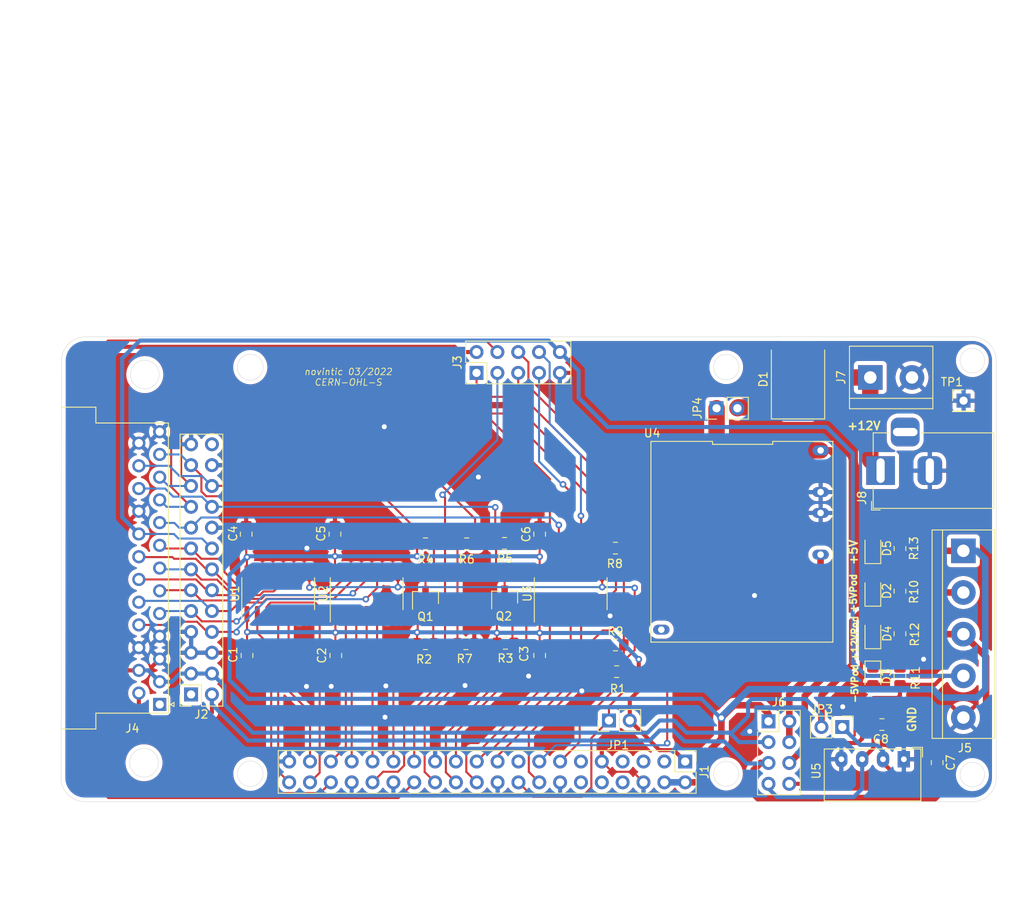
<source format=kicad_pcb>
(kicad_pcb (version 20211014) (generator pcbnew)
  (title_block (title "FluCom") (date "2022-04-08") (rev "2.3") (comment 1 "CERN-OHL-version-2 ") (comment 3 "mirko (novintic)"))
  (layers (0 "F.Cu" signal) (31 "B.Cu" signal) (34 "B.Paste" user) (35 "F.Paste" user) (36 "B.SilkS" user "B.Silkscreen") (37 "F.SilkS" user "F.Silkscreen") (38 "B.Mask" user) (39 "F.Mask" user) (44 "Edge.Cuts" user))
  (net 0 "")
  (net 1 "+3V3")
  (net 2 "GND")
  (net 3 "+5V")
  (net 4 "Net-(C7-Pad2)")
  (net 5 "Net-(C8-Pad1)")
  (net 6 "Net-(D2-Pad2)")
  (net 7 "Net-(D3-Pad1)")
  (net 10 "Net-(D1-Pad2)")
  (net 13 "Net-(D4-Pad2)")
  (net 14 "+12V")
  (net 15 "Net-(D5-Pad2)")
  (net 19 "GPIO11")
  (net 20 "GPIO0")
  (net 21 "GPIO1")
  (net 23 "GPIO27")
  (net 24 "~{PODprsnt_A}")
  (net 25 "OE")
  (net 26 "~{AUX2_A}")
  (net 27 "~{AUX1_A}")
  (net 28 "PWRFAIL_A")
  (net 30 "~{RESET_A}")
  (net 31 "~{PODSTAT_A}")
  (net 33 "Net-(J6-Pad2)")
  (net 34 "DA7")
  (net 35 "DA6")
  (net 36 "~{MAINSTAT_A}")
  (net 37 "DA5")
  (net 38 "DA4")
  (net 39 "DA0")
  (net 40 "DA3")
  (net 41 "DA1")
  (net 42 "DA2")
  (net 43 "Net-(J6-Pad6)")
  (net 44 "+5V_Pod")
  (net 45 "DB6")
  (net 46 "DB4")
  (net 47 "DB2")
  (net 48 "DB0")
  (net 49 "~{PODprsnt_B}")
  (net 50 "~{SYNC_B}")
  (net 51 "PWRFAIL_B")
  (net 52 "~{MAINSTAT_B}")
  (net 53 "+12V_Pod")
  (net 54 "DB7")
  (net 55 "DB5")
  (net 56 "DB3")
  (net 57 "DB1")
  (net 58 "-5V")
  (net 59 "~{RESET_B}")
  (net 60 "~{PODSTAT_B}")
  (net 63 "~{AUX1_B}")
  (net 64 "~{AUX2_B}")
  (net 65 "~{SYNC_A}")
  (footprint "Capacitor_SMD:C_0805_2012Metric_Pad1.15x1.40mm_HandSolder" (layer "F.Cu") (at 79.6036 122.5804 -90)
    (fp_text reference "C1")
    (fp_text value "0.1uF")
  )
  (footprint "Capacitor_SMD:C_0805_2012Metric_Pad1.15x1.40mm_HandSolder" (layer "F.Cu") (at 90.424 122.5804 -90)
    (fp_text reference "C2")
    (fp_text value "0.1uF")
  )
  (footprint "Capacitor_SMD:C_0805_2012Metric_Pad1.15x1.40mm_HandSolder" (layer "F.Cu") (at 90.3224 107.7976 90)
    (fp_text reference "C5")
    (fp_text value "0.1uF")
  )
  (footprint "Capacitor_SMD:C_0805_2012Metric_Pad1.15x1.40mm_HandSolder" (layer "F.Cu") (at 163.703 135.636 -90)
    (fp_text reference "C7")
    (fp_text value "4.7uF")
  )
  (footprint "LED_SMD:LED_0805_2012Metric_Pad1.15x1.40mm_HandSolder" (layer "F.Cu") (at 155.875 114.71 90)
    (fp_text reference "D2")
    (fp_text value "LED_Small")
  )
  (footprint "LED_SMD:LED_0805_2012Metric_Pad1.15x1.40mm_HandSolder" (layer "F.Cu") (at 155.875 125.125 -90)
    (fp_text reference "D3")
    (fp_text value "LED_Small")
  )
  (footprint "LED_SMD:LED_0805_2012Metric_Pad1.15x1.40mm_HandSolder" (layer "F.Cu") (at 155.875 119.895 90)
    (fp_text reference "D4")
    (fp_text value "LED_Small")
  )
  (footprint "LED_SMD:LED_0805_2012Metric_Pad1.15x1.40mm_HandSolder" (layer "F.Cu") (at 155.875 109.525 90)
    (fp_text reference "D5")
    (fp_text value "LED_Small")
  )
  (footprint "Diode_SMD:D_SMC" (layer "F.Cu") (at 146.75 88.95 90)
    (fp_text reference "D1")
    (fp_text value "B320")
  )
  (footprint "Connector_PinHeader_2.54mm:PinHeader_2x20_P2.54mm_Vertical" (layer "F.Cu") (at 133 135.5 -90)
    (fp_text reference "J1")
    (fp_text value "Raspberry_Pi_2_3")
  )
  (footprint "Fluke6809POD:PinHeader_2x13_P2.54mm_Vertical_Fluke_Numbering_mirrored" (layer "F.Cu") (at 75.325 127.325 180)
    (fp_text reference "J2")
    (fp_text value "Debug")
  )
  (footprint "Connector_BarrelJack:BarrelJack_Horizontal" (layer "F.Cu") (at 156.814 100.05 180)
    (fp_text reference "J8")
    (fp_text value "12V in Barrel Jack")
  )
  (footprint "TerminalBlock:TerminalBlock_bornier-5_P5.08mm" (layer "F.Cu") (at 166.9 109.825 -90)
    (fp_text reference "J5")
    (fp_text value "POWER")
  )
  (footprint "TerminalBlock:TerminalBlock_bornier-2_P5.08mm" (layer "F.Cu") (at 155.56 88.7)
    (fp_text reference "J7")
    (fp_text value "12V in")
  )
  (footprint "Connector_PinHeader_2.54mm:PinHeader_1x02_P2.54mm_Vertical" (layer "F.Cu") (at 152.146 131.3 -90)
    (fp_text reference "JP3")
    (fp_text value "Onboard -5V")
  )
  (footprint "Package_TO_SOT_SMD:SOT-23" (layer "F.Cu") (at 111 115.5 90)
    (fp_text reference "Q2")
    (fp_text value "BSS138")
  )
  (footprint "Resistor_SMD:R_0805_2012Metric_Pad1.15x1.40mm_HandSolder" (layer "F.Cu") (at 159.175 114.741666 90)
    (fp_text reference "R10")
    (fp_text value "300R")
  )
  (footprint "Resistor_SMD:R_0805_2012Metric_Pad1.15x1.40mm_HandSolder" (layer "F.Cu") (at 159.175 119.933332 90)
    (fp_text reference "R12")
    (fp_text value "700R")
  )
  (footprint "Resistor_SMD:R_0805_2012Metric_Pad1.15x1.40mm_HandSolder" (layer "F.Cu") (at 159.175 109.55 90)
    (fp_text reference "R13")
    (fp_text value "300R")
  )
  (footprint "Resistor_SMD:R_0805_2012Metric_Pad1.15x1.40mm_HandSolder" (layer "F.Cu") (at 111.1 121.1 180)
    (fp_text reference "R3")
    (fp_text value "10K")
  )
  (footprint "Resistor_SMD:R_0805_2012Metric_Pad1.15x1.40mm_HandSolder" (layer "F.Cu") (at 106.275 121.15 180)
    (fp_text reference "R7")
    (fp_text value "20K(10K works)")
  )
  (footprint "Connector_PinHeader_2.54mm:PinHeader_1x01_P2.54mm_Vertical" (layer "F.Cu") (at 166.925 91.525)
    (fp_text reference "TP1")
    (fp_text value "TestPoint")
  )
  (footprint "Package_SO:SOIC-14_3.9x8.7mm_P1.27mm" (layer "F.Cu") (at 83.4 115.047 90)
    (fp_text reference "U1")
    (fp_text value "TXS0104EPW")
  )
  (footprint "Package_SO:SOIC-14_3.9x8.7mm_P1.27mm" (layer "F.Cu") (at 94.1832 115.047 90)
    (fp_text reference "U2")
    (fp_text value "TXS0104EPW")
  )
  (footprint "Converter_DCDC:Converter_DCDC_muRata_CRE1xxxxxxSC_THT" (layer "F.Cu") (at 159.65 135.225 -90)
    (fp_text reference "U5")
    (fp_text value "B0505S")
  )
  (footprint "Resistor_SMD:R_0805_2012Metric_Pad1.15x1.40mm_HandSolder" (layer "F.Cu") (at 101.352 121.15 180)
    (fp_text reference "R2")
    (fp_text value "10K")
  )
  (footprint "Resistor_SMD:R_0805_2012Metric_Pad1.15x1.40mm_HandSolder" (layer "F.Cu") (at 101.352 108.966 180)
    (fp_text reference "R4")
    (fp_text value "10K")
  )
  (footprint "Package_TO_SOT_SMD:SOT-23" (layer "F.Cu") (at 101.352 115.55 90)
    (fp_text reference "Q1")
    (fp_text value "BSS138")
  )
  (footprint "Resistor_SMD:R_0805_2012Metric_Pad1.15x1.40mm_HandSolder" (layer "F.Cu") (at 110.975 108.916)
    (fp_text reference "R5")
    (fp_text value "10K")
  )
  (footprint "Resistor_SMD:R_0805_2012Metric_Pad1.15x1.40mm_HandSolder" (layer "F.Cu") (at 124.650001 124.550001)
    (fp_text reference "R1")
    (fp_text value "R_Small")
  )
  (footprint "Capacitor_SMD:C_0805_2012Metric_Pad1.15x1.40mm_HandSolder" (layer "F.Cu") (at 79.502 107.7976 90)
    (fp_text reference "C4")
    (fp_text value "0.1uF")
  )
  (footprint "Capacitor_SMD:C_0805_2012Metric_Pad1.15x1.40mm_HandSolder" (layer "F.Cu") (at 115.2652 122.5804 -90)
    (fp_text reference "C3")
    (fp_text value "0.1uF")
  )
  (footprint "Capacitor_SMD:C_0805_2012Metric_Pad1.15x1.40mm_HandSolder" (layer "F.Cu") (at 115.2652 107.7976 90)
    (fp_text reference "C6")
    (fp_text value "0.1uF")
  )
  (footprint "Package_SO:SOIC-14_3.9x8.7mm_P1.27mm" (layer "F.Cu") (at 119.048 115.047 90)
    (fp_text reference "U3")
    (fp_text value "TXS0104EPW")
  )
  (footprint "Capacitor_SMD:C_0805_2012Metric_Pad1.15x1.40mm_HandSolder" (layer "F.Cu") (at 156.975 131)
    (fp_text reference "C8")
    (fp_text value "10uF")
  )
  (footprint "Resistor_SMD:R_0805_2012Metric_Pad1.15x1.40mm_HandSolder" (layer "F.Cu") (at 159.175 125.125 90)
    (fp_text reference "R11")
    (fp_text value "300R")
  )
  (footprint "Connector_Dsub:DSUB-25_Female_Horizontal_P2.77x2.54mm_EdgePinOffset9.40mm" (layer "F.Cu") (at 68.961 128.55 -90)
    (fp_text reference "J4")
    (fp_text value "DB25_Female")
  )
  (footprint "Connector_PinHeader_2.54mm:PinHeader_1x02_P2.54mm_Vertical" (layer "F.Cu") (at 123.71 130.5 90)
    (fp_text reference "JP1")
    (fp_text value "OE")
  )
  (footprint "Resistor_SMD:R_0805_2012Metric_Pad1.15x1.40mm_HandSolder" (layer "F.Cu") (at 124.5 109.5 180)
    (fp_text reference "R8")
    (fp_text value "10K")
  )
  (footprint "Resistor_SMD:R_0805_2012Metric_Pad1.15x1.40mm_HandSolder" (layer "F.Cu") (at 106.375 108.966)
    (fp_text reference "R6")
    (fp_text value "10K")
  )
  (footprint "Resistor_SMD:R_0805_2012Metric_Pad1.15x1.40mm_HandSolder" (layer "F.Cu") (at 124.5 121.3)
    (fp_text reference "R9")
    (fp_text value "20K(10K works)")
  )
  (footprint "Connector_PinHeader_2.54mm:PinHeader_2x04_P2.54mm_Vertical" (layer "F.Cu") (at 143.15 130.6)
    (fp_text reference "J6")
    (fp_text value "PWset")
  )
  (footprint "Converter_DCDC:CK1408" (layer "F.Cu") (at 140 107.75 -90)
    (fp_text reference "U4")
    (fp_text value "CK1408")
  )
  (footprint "Connector_PinHeader_2.54mm:PinHeader_1x02_P2.54mm_Vertical" (layer "F.Cu") (at 136.825 92.45 90)
    (fp_text reference "JP4")
    (fp_text value "Jumper_NC_Small")
  )
  (footprint "Connector_PinHeader_2.54mm:PinHeader_2x05_P2.54mm_Vertical" (layer "F.Cu") (at 107.574 88.143 90)
    (fp_text reference "J3")
    (fp_text value "Auxillary")
  )
  (gr_line (start 80.099944 140.398335) (end 138 140.4) (layer "Edge.Cuts") (width 0.05))
  (gr_arc (start 59.85 140.4) (mid 57.79939 139.55061) (end 56.95 137.5) (layer "Edge.Cuts") (width 0.05))
  (gr_line (start 74.05 140.4) (end 59.85 140.4) (layer "Edge.Cuts") (width 0.05))
  (gr_line (start 59.9 83.75) (end 168 83.75) (layer "Edge.Cuts") (width 0.05))
  (gr_arc (start 170.9 137.5) (mid 170.05061 139.55061) (end 168 140.4) (layer "Edge.Cuts") (width 0.05))
  (gr_circle (center 168 137.1) (end 169.5 137.1) (layer "Edge.Cuts") (width 0.05) (fill none))
  (gr_line (start 170.9 137.1) (end 170.9 137.5) (layer "Edge.Cuts") (width 0.05))
  (gr_circle (center 80 87.45) (end 81.3 88.35) (layer "Edge.Cuts") (width 0.05) (fill none))
  (gr_line (start 74.05 140.4) (end 80.099944 140.398335) (layer "Edge.Cuts") (width 0.05))
  (gr_circle (center 67.05 135.65) (end 67.05 133.9) (layer "Edge.Cuts") (width 0.05) (fill none))
  (gr_arc (start 168 83.75) (mid 170.05061 84.59939) (end 170.9 86.65) (layer "Edge.Cuts") (width 0.05))
  (gr_arc (start 57 86.65) (mid 57.84939 84.59939) (end 59.9 83.75) (layer "Edge.Cuts") (width 0.05))
  (gr_circle (center 80 137) (end 81.4 137.7) (layer "Edge.Cuts") (width 0.05) (fill none))
  (gr_circle (center 138 137) (end 139.3 137.8) (layer "Edge.Cuts") (width 0.05) (fill none))
  (gr_line (start 57 86.65) (end 56.95 137.5) (layer "Edge.Cuts") (width 0.05))
  (gr_line (start 170.9 137.1) (end 170.9 86.65) (layer "Edge.Cuts") (width 0.05))
  (gr_line (start 138 140.4) (end 168 140.4) (layer "Edge.Cuts") (width 0.05))
  (gr_circle (center 168 86.65) (end 169.5 86.65) (layer "Edge.Cuts") (width 0.05) (fill none))
  (gr_circle (center 138 87.45) (end 139.5 87.85) (layer "Edge.Cuts") (width 0.05) (fill none))
  (gr_circle (center 67.15 88.35) (end 67.15 86.6) (layer "Edge.Cuts") (width 0.05) (fill none))
  (gr_text "novintic 03/2022\nCERN-OHL-S\n" (at 91.948 88.646) (layer "F.SilkS") (effects (font (size 0.8 0.8) (thickness 0.1) italic)))
  (gr_text "+5VPod" (at 153.5 115 90) (layer "F.SilkS") (effects (font (size 0.8 0.8) (thickness 0.2))))
  (gr_text "+12V" (at 154.7876 94.5896) (layer "F.SilkS") (effects (font (size 1 1) (thickness 0.2))))
  (gr_text "GND" (at 160.6296 130.3528 90) (layer "F.SilkS") (effects (font (size 1 1) (thickness 0.2))))
  (gr_text "+12VPod" (at 153.67 120.5 90) (layer "F.SilkS") (effects (font (size 0.8 0.8) (thickness 0.2))))
  (gr_text "-5VPod" (at 153.67 126 90) (layer "F.SilkS") (effects (font (size 0.8 0.8) (thickness 0.2))))
  (gr_text "+5V" (at 153.5 110 90) (layer "F.SilkS") (effects (font (size 1 1) (thickness 0.2))))
  (segment (start 127.343493 126.859707) (end 127.343493 123.042991) (width 0.5) (layer "F.Cu") (net 1))
  (segment (start 110.05 116.5) (end 110.05 119.82) (width 0.25) (layer "F.Cu") (net 1))
  (segment (start 79.6036 119.7864) (end 79.6036 121.5554) (width 0.249987) (layer "F.Cu") (net 1))
  (segment (start 90.3732 119.7864) (end 90.3732 117.522) (width 0.249987) (layer "F.Cu") (net 1))
  (segment (start 131.612 134.112) (end 133 135.5) (width 0.5) (layer "F.Cu") (net 1))
  (segment (start 126.25 130.5) (end 129.862 134.112) (width 0.5) (layer "F.Cu") (net 1))
  (segment (start 100.402 119.689) (end 100.33 119.761) (width 0.25) (layer "F.Cu") (net 1))
  (segment (start 126.25 127.9532) (end 127.343493 126.859707) (width 0.5) (layer "F.Cu") (net 1))
  (segment (start 129.862 134.112) (end 131.612 134.112) (width 0.5) (layer "F.Cu") (net 1))
  (segment (start 100.33 121.147) (end 100.33 119.761) (width 0.25) (layer "F.Cu") (net 1))
  (segment (start 79.6036 119.7864) (end 79.6036 117.5356) (width 0.249987) (layer "F.Cu") (net 1))
  (segment (start 90.3732 119.7864) (end 90.3732 121.5046) (width 0.249987) (layer "F.Cu") (net 1))
  (segment (start 100.402 116.55) (end 100.402 119.689) (width 0.25) (layer "F.Cu") (net 1))
  (segment (start 115.2652 121.5554) (end 115.2652 119.8372) (width 0.249987) (layer "F.Cu") (net 1))
  (segment (start 110.05 119.82) (end 110.05 121.075) (width 0.25) (layer "F.Cu") (net 1))
  (segment (start 115.2652 119.8372) (end 115.2652 117.5492) (width 0.249987) (layer "F.Cu") (net 1))
  (segment (start 126.25 130.5) (end 126.25 127.9532) (width 0.5) (layer "F.Cu") (net 1))
  (via (at 100.33 119.761) (size 0.8) (drill 0.4) (layers "F.Cu" "B.Cu") (net 1))
  (via (at 127.343493 123.042991) (size 0.8) (drill 0.4) (layers "F.Cu" "B.Cu") (net 1))
  (via (at 90.3732 119.7864) (size 0.8) (drill 0.4) (layers "F.Cu" "B.Cu") (net 1))
  (via (at 115.2652 119.8372) (size 0.8) (drill 0.4) (layers "F.Cu" "B.Cu") (net 1))
  (via (at 79.632411 119.732567) (size 0.8) (drill 0.4) (layers "F.Cu" "B.Cu") (net 1))
  (via (at 110.05 119.82) (size 0.8) (drill 0.4) (layers "F.Cu" "B.Cu") (net 1))
  (segment (start 89.662 119.7356) (end 79.6798 119.7356) (width 0.5) (layer "B.Cu") (net 1))
  (segment (start 100.292 119.723) (end 100.33 119.761) (width 0.25) (layer "B.Cu") (net 1))
  (segment (start 110.05 119.82) (end 115.248 119.82) (width 0.5) (layer "B.Cu") (net 1))
  (segment (start 109.991 119.761) (end 100.33 119.761) (width 0.5) (layer "B.Cu") (net 1))
  (segment (start 110.05 119.82) (end 109.991 119.761) (width 0.25) (layer "B.Cu") (net 1))
  (segment (start 89.7 119.7356) (end 100.292 119.7356) (width 0.5) (layer "B.Cu") (net 1))
  (segment (start 124.137702 119.8372) (end 115.2652 119.8372) (width 0.5) (layer "B.Cu") (net 1))
  (segment (start 115.248 119.82) (end 115.2652 119.8372) (width 0.5) (layer "B.Cu") (net 1))
  (segment (start 89.671 119.752) (end 89.7 119.723) (width 0.25) (layer "B.Cu") (net 1))
  (segment (start 79.6888 119.752) (end 79.6544 119.7864) (width 0.5) (layer "B.Cu") (net 1))
  (segment (start 127.343493 123.042991) (end 124.137702 119.8372) (width 0.5) (layer "B.Cu") (net 1))
  (segment (start 126.6336 136.7536) (end 127.92 138.04) (width 0.25) (layer "F.Cu") (net 2))
  (segment (start 124.0936 136.7536) (end 126.6336 136.7536) (width 0.25) (layer "F.Cu") (net 2))
  (segment (start 122.84 135.5) (end 124.0936 136.7536) (width 0.25) (layer "F.Cu") (net 2))
  (via (at 86.9 109.5) (size 1) (drill 0.6) (layers "F.Cu" "B.Cu") (net 2))
  (via (at 86.85 126.35) (size 1) (drill 0.6) (layers "F.Cu" "B.Cu") (net 2))
  (via (at 152.1968 128.8288) (size 1) (drill 0.6) (layers "F.Cu" "B.Cu") (net 2))
  (via (at 107.7976 100.838) (size 1) (drill 0.6) (layers "F.Cu" "B.Cu") (net 2))
  (via (at 123.8504 117.7544) (size 1) (drill 0.6) (layers "F.Cu" "B.Cu") (net 2))
  (via (at 120.401674 126.890346) (size 1) (drill 0.6) (layers "F.Cu" "B.Cu") (net 2))
  (via (at 162.052 123.0376) (size 1) (drill 0.6) (layers "F.Cu" "B.Cu") (net 2))
  (via (at 141.448 115.275) (size 1) (drill 0.6) (layers "F.Cu" "B.Cu") (net 2))
  (via (at 96.3285 94.7029) (size 1) (drill 0.6) (layers "F.Cu" "B.Cu") (net 2))
  (via (at 96.4184 130.0988) (size 1) (drill 0.6) (layers "F.Cu" "B.Cu") (net 2))
  (via (at 140.8684 131.826) (size 1) (drill 0.6) (layers "F.Cu" "B.Cu") (net 2))
  (via (at 106.172 126.238) (size 1) (drill 0.6) (layers "F.Cu" "B.Cu") (net 2))
  (via (at 96.52 126.2888) (size 1) (drill 0.6) (layers "F.Cu" "B.Cu") (net 2))
  (via (at 113.919 125.095) (size 1) (drill 0.6) (layers "F.Cu" "B.Cu") (net 2))
  (via (at 89.8652 126.3396) (size 1) (drill 0.6) (layers "F.Cu" "B.Cu") (net 2))
  (segment (start 112 108.916) (end 115.1718 108.916) (width 0.249987) (layer "F.Cu") (net 3))
  (segment (start 79.502 110.49) (end 79.6036 110.5916) (width 0.249987) (layer "F.Cu") (net 3))
  (segment (start 100.327 110.487) (end 100.33 110.49) (width 0.249987) (layer "F.Cu") (net 3))
  (segment (start 163.098 109.825) (end 162.348 110.575) (width 0.8) (layer "F.Cu") (net 3))
  (segment (start 138.938 128.651) (end 137.414 130.175) (width 0.8) (layer "F.Cu") (net 3))
  (segment (start 135.255 134.874) (end 135.255 137.414) (width 0.8) (layer "F.Cu") (net 3))
  (segment (start 79.59 110.6052) (end 79.6036 110.5916) (width 0.249987) (layer "F.Cu") (net 3))
  (segment (start 90.3224 108.8226) (end 90.3224 110.49) (width 0.249987) (layer "F.Cu") (net 3))
  (segment (start 137.414 130.175) (end 137.414 132.715) (width 0.8) (layer "F.Cu") (net 3))
  (segment (start 115.2652 108.8226) (end 115.2652 110.5408) (width 0.249987) (layer "F.Cu") (net 3))
  (segment (start 143.15 130.6) (end 143.15 129.688) (width 0.8) (layer "F.Cu") (net 3))
  (segment (start 142.113 128.651) (end 138.938 128.651) (width 0.8) (layer "F.Cu") (net 3))
  (segment (start 100.327 108.966) (end 100.327 110.487) (width 0.249987) (layer "F.Cu") (net 3))
  (segment (start 137.414 132.715) (end 135.255 134.874) (width 0.8) (layer "F.Cu") (net 3))
  (segment (start 143.15 129.688) (end 142.113 128.651) (width 0.8) (layer "F.Cu") (net 3))
  (segment (start 115.2652 110.5408) (end 115.2652 112.5448) (width 0.249987) (layer "F.Cu") (net 3))
  (segment (start 79.59 112.572) (end 79.59 110.6052) (width 0.249987) (layer "F.Cu") (net 3))
  (segment (start 90.3224 110.49) (end 90.3224 112.5212) (width 0.249987) (layer "F.Cu") (net 3))
  (segment (start 134.629 138.04) (end 133 138.04) (width 0.8) (layer "F.Cu") (net 3))
  (segment (start 166.9 109.825) (end 163.098 109.825) (width 0.8) (layer "F.Cu") (net 3))
  (segment (start 162.348 110.575) (end 159.175 110.575) (width 0.8) (layer "F.Cu") (net 3))
  (segment (start 79.502 108.8226) (end 79.502 110.49) (width 0.249987) (layer "F.Cu") (net 3))
  (segment (start 135.255 137.414) (end 134.629 138.04) (width 0.8) (layer "F.Cu") (net 3))
  (via (at 137.414 130.175) (size 1) (drill 0.6) (layers "F.Cu" "B.Cu") (net 3))
  (via (at 115.2652 110.5408) (size 0.8) (drill 0.4) (layers "F.Cu" "B.Cu") (net 3))
  (via (at 100.33 110.49) (size 0.8) (drill 0.4) (layers "F.Cu" "B.Cu") (net 3))
  (via (at 90.3224 110.49) (size 0.8) (drill 0.4) (layers "F.Cu" "B.Cu") (net 3))
  (via (at 79.6036 110.5916) (size 0.8) (drill 0.4) (layers "F.Cu" "B.Cu") (net 3))
  (segment (start 163.1696 126.6952) (end 164.1856 127.7112) (width 0.8) (layer "B.Cu") (net 3))
  (segment (start 100.33 110.49) (end 115.2144 110.49) (width 0.5) (layer "B.Cu") (net 3))
  (segment (start 90.3224 110.49) (end 100.33 110.49) (width 0.5) (layer "B.Cu") (net 3))
  (segment (start 77.470266 112.724934) (end 79.6036 110.5916) (width 0.5) (layer "B.Cu") (net 3))
  (segment (start 133 138.04) (end 130.46 138.04) (width 0.8) (layer "B.Cu") (net 3))
  (segment (start 140.7668 126.6952) (end 163.1696 126.6952) (width 0.8) (layer "B.Cu") (net 3))
  (segment (start 168.5544 127.7112) (end 169.5704 126.6952) (width 0.8) (layer "B.Cu") (net 3))
  (segment (start 169.5704 126.6952) (end 169.5704 110.8456) (width 0.8) (layer "B.Cu") (net 3))
  (segment (start 77.470266 125.577866) (end 77.470266 112.724934) (width 0.5) (layer "B.Cu") (net 3))
  (segment (start 115.2144 110.49) (end 115.2652 110.5408) (width 0.5) (layer "B.Cu") (net 3))
  (segment (start 137.414 130.175) (end 137.414 130.048) (width 0.8) (layer "B.Cu") (net 3))
  (segment (start 79.756 127.8636) (end 77.470266 125.577866) (width 0.5) (layer "B.Cu") (net 3))
  (segment (start 79.7052 110.49) (end 79.6036 110.5916) (width 0.5) (layer "B.Cu") (net 3))
  (segment (start 90.3224 110.49) (end 79.7052 110.49) (width 0.5) (layer "B.Cu") (net 3))
  (segment (start 137.287 130.175) (end 134.9756 127.8636) (width 0.5) (layer "B.Cu") (net 3))
  (segment (start 137.414 130.048) (end 140.7668 126.6952) (width 0.8) (layer "B.Cu") (net 3))
  (segment (start 169.5704 110.8456) (end 168.5498 109.825) (width 0.8) (layer "B.Cu") (net 3))
  (segment (start 134.9756 127.8636) (end 79.756 127.8636) (width 0.5) (layer "B.Cu") (net 3))
  (segment (start 164.1856 127.7112) (end 168.5544 127.7112) (width 0.8) (layer "B.Cu") (net 3))
  (segment (start 168.5498 109.825) (end 166.9 109.825) (width 0.8) (layer "B.Cu") (net 3))
  (segment (start 157.11 135.647) (end 160.388 138.925) (width 0.5) (layer "F.Cu") (net 4))
  (segment (start 163.703 138.049) (end 163.703 136.661) (width 0.5) (layer "F.Cu") (net 4))
  (segment (start 162.827 138.925) (end 163.703 138.049) (width 0.5) (layer "F.Cu") (net 4))
  (segment (start 160.388 138.925) (end 162.827 138.925) (width 0.5) (layer "F.Cu") (net 4))
  (segment (start 152.146 131.3) (end 154.323 133.477) (width 0.5) (layer "B.Cu") (net 4))
  (segment (start 157.11 134.25) (end 157.11 135.225) (width 0.5) (layer "B.Cu") (net 4))
  (segment (start 154.323 133.477) (end 156.337 133.477) (width 0.5) (layer "B.Cu") (net 4))
  (segment (start 156.337 133.477) (end 157.11 134.25) (width 0.5) (layer "B.Cu") (net 4))
  (segment (start 155.95 133.845) (end 155.95 131) (width 0.5) (layer "F.Cu") (net 5))
  (segment (start 154.57 135.225) (end 155.95 133.845) (width 0.5) (layer "F.Cu") (net 5))
  (segment (start 144.1958 139.827) (end 153.543 139.827) (width 0.5) (layer "B.Cu") (net 5))
  (segment (start 154.57 138.8) (end 154.57 135.225) (width 0.5) (layer "B.Cu") (net 5))
  (segment (start 153.543 139.827) (end 154.57 138.8) (width 0.5) (layer "B.Cu") (net 5))
  (segment (start 143.15 138.7812) (end 144.1958 139.827) (width 0.5) (layer "B.Cu") (net 5))
  (segment (start 155.875 113.685) (end 159.143334 113.685) (width 0.249987) (layer "F.Cu") (net 6))
  (segment (start 159.175 124.1) (end 155.875 124.1) (width 0.249987) (layer "F.Cu") (net 7))
  (segment (start 155.56 88.7) (end 155.56 98.796) (width 2) (layer "F.Cu") (net 10))
  (segment (start 155.56 98.796) (end 156.814 100.05) (width 2) (layer "F.Cu") (net 10))
  (segment (start 155.56 88.7) (end 149.9 88.7) (width 2) (layer "F.Cu") (net 10))
  (segment (start 149.9 88.7) (end 146.75 85.55) (width 2) (layer "F.Cu") (net 10))
  (segment (start 155.875 118.87) (end 159.136668 118.87) (width 0.249987) (layer "F.Cu") (net 13))
  (segment (start 139.465 92.35) (end 139.365 92.45) (width 2) (layer "F.Cu") (net 14))
  (segment (start 146.75 92.35) (end 139.465 92.35) (width 2) (layer "F.Cu") (net 14))
  (segment (start 155.875 108.5) (end 159.15 108.5) (width 0.249987) (layer "F.Cu") (net 15))
  (segment (start 113.6396 123.3424) (end 113.6396 116.84) (width 0.249987) (layer "F.Cu") (net 19))
  (segment (start 113.6396 116.84) (end 114.706624 115.772976) (width 0.249987) (layer "F.Cu") (net 19))
  (segment (start 124.5616 114.6048) (end 124.5616 104.3432) (width 0.249987) (layer "F.Cu") (net 19))
  (segment (start 119.073834 115.2144) (end 123.952 115.2144) (width 0.249987) (layer "F.Cu") (net 19))
  (segment (start 107.574 90.429) (end 107.574 88.143) (width 0.249987) (layer "F.Cu") (net 19))
  (segment (start 111.2774 91.059) (end 108.204 91.059) (width 0.249987) (layer "F.Cu") (net 19))
  (segment (start 118.515258 115.772976) (end 119.073834 115.2144) (width 0.249987) (layer "F.Cu") (net 19))
  (segment (start 105.06 131.922) (end 113.6396 123.3424) (width 0.249987) (layer "F.Cu") (net 19))
  (segment (start 114.706624 115.772976) (end 118.515258 115.772976) (width 0.249987) (layer "F.Cu") (net 19))
  (segment (start 108.204 91.059) (end 107.574 90.429) (width 0.249987) (layer "F.Cu") (net 19))
  (segment (start 123.952 115.2144) (end 124.5616 114.6048) (width 0.249987) (layer "F.Cu") (net 19))
  (segment (start 124.5616 104.3432) (end 111.2774 91.059) (width 0.249987) (layer "F.Cu") (net 19))
  (segment (start 105.06 135.5) (end 105.06 131.922) (width 0.249987) (layer "F.Cu") (net 19))
  (segment (start 99.98 135.5) (end 99.98 130.271) (width 0.249987) (layer "F.Cu") (net 20))
  (segment (start 103.7336 126.5174) (end 103.7336 103.3018) (width 0.249987) (layer "F.Cu") (net 20))
  (segment (start 103.7336 103.3018) (end 103.4288 102.997) (width 0.249987) (layer "F.Cu") (net 20))
  (segment (start 99.98 130.271) (end 103.7336 126.5174) (width 0.249987) (layer "F.Cu") (net 20))
  (via (at 103.4288 102.997) (size 0.8) (drill 0.4) (layers "F.Cu" "B.Cu") (net 20))
  (segment (start 110.114 88.143) (end 110.114 96.3118) (width 0.249987) (layer "B.Cu") (net 20))
  (segment (start 110.114 96.3118) (end 103.4288 102.997) (width 0.249987) (layer "B.Cu") (net 20))
  (segment (start 99.98 138.04) (end 98.066 139.954) (width 0.249987) (layer "F.Cu") (net 21))
  (segment (start 62.6618 84.201) (end 108.712 84.201) (width 0.249987) (layer "F.Cu") (net 21))
  (segment (start 60.452 137.7188) (end 60.452 86.4108) (width 0.249987) (layer "F.Cu") (net 21))
  (segment (start 108.712 84.201) (end 110.114 85.603) (width 0.249987) (layer "F.Cu") (net 21))
  (segment (start 98.066 139.954) (end 62.6872 139.954) (width 0.249987) (layer "F.Cu") (net 21))
  (segment (start 60.452 86.4108) (end 62.6618 84.201) (width 0.249987) (layer "F.Cu") (net 21))
  (segment (start 62.6872 139.954) (end 60.452 137.7188) (width 0.249987) (layer "F.Cu") (net 21))
  (segment (start 127.762 121.539) (end 130.81 124.587) (width 0.249987) (layer "F.Cu") (net 23))
  (segment (start 130.81 124.587) (end 130.81 133.2625) (width 0.249987) (layer "F.Cu") (net 23))
  (segment (start 112.654 85.603) (end 113.8936 86.8426) (width 0.249987) (layer "F.Cu") (net 23))
  (segment (start 113.8936 89.7636) (end 127.762 103.632) (width 0.249987) (layer "F.Cu") (net 23))
  (segment (start 113.8936 86.8426) (end 113.8936 89.7636) (width 0.249987) (layer "F.Cu") (net 23))
  (segment (start 127.762 103.632) (end 127.762 121.539) (width 0.249987) (layer "F.Cu") (net 23))
  (via (at 130.81 133.2625) (size 0.8) (drill 0.4) (layers "F.Cu" "B.Cu") (net 23))
  (segment (start 130.554396 133.518104) (end 130.81 133.2625) (width 0.249987) (layer "B.Cu") (net 23))
  (segment (start 115.22 135.5) (end 117.201896 133.518104) (width 0.249987) (layer "B.Cu") (net 23))
  (segment (start 117.201896 133.518104) (end 130.554396 133.518104) (width 0.249987) (layer "B.Cu") (net 23))
  (segment (start 121.666 124.46) (end 113.9444 132.1816) (width 0.25) (layer "F.Cu") (net 24))
  (segment (start 113.9444 136.7644) (end 115.22 138.04) (width 0.25) (layer "F.Cu") (net 24))
  (segment (start 113.9444 132.1816) (end 113.9444 136.7644) (width 0.25) (layer "F.Cu") (net 24))
  (segment (start 117.778 117.522) (end 117.778 117.145928) (width 0.25) (layer "F.Cu") (net 24))
  (segment (start 117.778 117.145928) (end 118.998328 115.9256) (width 0.25) (layer "F.Cu") (net 24))
  (segment (start 121.666 120.8024) (end 121.666 124.46) (width 0.25) (layer "F.Cu") (net 24))
  (segment (start 124.0028 119.5324) (end 122.936 119.5324) (width 0.25) (layer "F.Cu") (net 24))
  (segment (start 124.714 116.6876) (end 124.714 118.8212) (width 0.25) (layer "F.Cu") (net 24))
  (segment (start 122.936 119.5324) (end 121.666 120.8024) (width 0.25) (layer "F.Cu") (net 24))
  (segment (start 118.998328 115.9256) (end 123.952 115.9256) (width 0.25) (layer "F.Cu") (net 24))
  (segment (start 124.714 118.8212) (end 124.0028 119.5324) (width 0.25) (layer "F.Cu") (net 24))
  (segment (start 123.952 115.9256) (end 124.714 116.6876) (width 0.25) (layer "F.Cu") (net 24))
  (segment (start 125.675001 124.550001) (end 125.675001 126.800999) (width 0.249987) (layer "F.Cu") (net 25))
  (segment (start 112.68 138.04) (end 114.4416 139.8016) (width 0.249987) (layer "F.Cu") (net 25))
  (segment (start 125.675001 124.550001) (end 125.675001 123.092599) (width 0.249987) (layer "F.Cu") (net 25))
  (segment (start 123.71 128.766) (end 123.71 130.5) (width 0.249987) (layer "F.Cu") (net 25))
  (segment (start 125.675001 126.800999) (end 123.71 128.766) (width 0.249987) (layer "F.Cu") (net 25))
  (segment (start 122.8852 114.2492) (end 122.8852 112.5992) (width 0.249987) (layer "F.Cu") (net 25))
  (segment (start 121.5644 138.6586) (end 121.5644 132.6456) (width 0.249987) (layer "F.Cu") (net 25))
  (segment (start 122.8852 112.5992) (end 122.858 112.572) (width 0.249987) (layer "F.Cu") (net 25))
  (segment (start 87.210269 112.572269) (end 87.210269 114.3) (width 0.249987) (layer "F.Cu") (net 25))
  (segment (start 126.8476 121.92) (end 126.8476 114.3508) (width 0.249987) (layer "F.Cu") (net 25))
  (segment (start 87.21 112.572) (end 87.210269 112.572269) (width 0.249987) (layer "F.Cu") (net 25))
  (segment (start 114.4416 139.8016) (end 120.4214 139.8016) (width 0.249987) (layer "F.Cu") (net 25))
  (segment (start 125.675001 123.092599) (end 126.8476 121.92) (width 0.249987) (layer "F.Cu") (net 25))
  (segment (start 97.9932 114.2492) (end 97.9932 112.572) (width 0.249987) (layer "F.Cu") (net 25))
  (segment (start 120.4214 139.8016) (end 121.5644 138.6586) (width 0.249987) (layer "F.Cu") (net 25))
  (segment (start 121.5644 132.6456) (end 123.71 130.5) (width 0.249987) (layer "F.Cu") (net 25))
  (via (at 97.9932 114.2492) (size 0.8) (drill 0.4) (layers "F.Cu" "B.Cu") (net 25))
  (via (at 122.8852 114.2492) (size 0.8) (drill 0.4) (layers "F.Cu" "B.Cu") (net 25))
  (via (at 126.8476 114.3508) (size 0.8) (drill 0.4) (layers "F.Cu" "B.Cu") (net 25))
  (via (at 87.210269 114.3) (size 0.8) (drill 0.4) (layers "F.Cu" "B.Cu") (net 25))
  (segment (start 122.8852 114.2492) (end 126.746 114.2492) (width 0.249987) (layer "B.Cu") (net 25))
  (segment (start 126.746 114.2492) (end 126.8476 114.3508) (width 0.249987) (layer "B.Cu") (net 25))
  (segment (start 97.9932 114.2492) (end 122.8852 114.2492) (width 0.249987) (layer "B.Cu") (net 25))
  (segment (start 97.9932 114.2492) (end 87.261069 114.2492) (width 0.249987) (layer "B.Cu") (net 25))
  (segment (start 87.261069 114.2492) (end 87.210269 114.3) (width 0.249987) (layer "B.Cu") (net 25))
  (segment (start 110.14 134.8176) (end 110.14 135.5) (width 0.25) (layer "F.Cu") (net 26))
  (segment (start 120.318 117.522) (end 120.318 124.6396) (width 0.25) (layer "F.Cu") (net 26))
  (segment (start 120.318 124.6396) (end 110.14 134.8176) (width 0.25) (layer "F.Cu") (net 26))
  (segment (start 119.048 124.452) (end 119.048 117.997) (width 0.25) (layer "F.Cu") (net 27))
  (segment (start 109.1184 133.9596) (end 109.5404 133.9596) (width 0.25) (layer "F.Cu") (net 27))
  (segment (start 107.6 135.478) (end 109.1184 133.9596) (width 0.25) (layer "F.Cu") (net 27))
  (segment (start 107.6 135.5) (end 107.6 135.478) (width 0.25) (layer "F.Cu") (net 27))
  (segment (start 109.5404 133.9596) (end 119.048 124.452) (width 0.25) (layer "F.Cu") (net 27))
  (segment (start 106.3244 136.7644) (end 107.6 138.04) (width 0.25) (layer "F.Cu") (net 28))
  (segment (start 116.508 125.6048) (end 108.1024 134.0104) (width 0.25) (layer "F.Cu") (net 28))
  (segment (start 106.3244 134.62) (end 106.3244 136.7644) (width 0.25) (layer "F.Cu") (net 28))
  (segment (start 116.508 117.522) (end 116.508 125.6048) (width 0.25) (layer "F.Cu") (net 28))
  (segment (start 106.934 134.0104) (end 106.3244 134.62) (width 0.25) (layer "F.Cu") (net 28))
  (segment (start 108.1024 134.0104) (end 106.934 134.0104) (width 0.25) (layer "F.Cu") (net 28))
  (segment (start 105.06 138.04) (end 103.8352 136.8152) (width 0.25) (layer "F.Cu") (net 30))
  (segment (start 103.8352 136.8152) (end 103.8352 132.1648) (width 0.25) (layer "F.Cu") (net 30))
  (segment (start 103.8352 132.1648) (end 112.125 123.875) (width 0.25) (layer "F.Cu") (net 30))
  (segment (start 111.95 116.5) (end 111.95 120.925) (width 0.25) (layer "F.Cu") (net 30))
  (segment (start 112.125 123.875) (end 112.125 121.1) (width 0.25) (layer "F.Cu") (net 30))
  (segment (start 101.25 130.020978) (end 105.2576 126.013378) (width 0.25) (layer "F.Cu") (net 31))
  (segment (start 102.52 138.04) (end 101.25 136.77) (width 0.25) (layer "F.Cu") (net 31))
  (segment (start 105.25 121.15) (end 105.25 109.45) (width 0.25) (layer "F.Cu") (net 31))
  (segment (start 105.2576 121.1576) (end 105.25 121.15) (width 0.25) (layer "F.Cu") (net 31))
  (segment (start 105.2576 126.013378) (end 105.2576 121.1576) (width 0.25) (layer "F.Cu") (net 31))
  (segment (start 101.25 136.77) (end 101.25 130.020978) (width 0.25) (layer "F.Cu") (net 31))
  (segment (start 145.669 127.381) (end 145.69 127.402) (width 0.8) (layer "F.Cu") (net 33))
  (segment (start 145.69 127.402) (end 145.69 130.6) (width 0.8) (layer "F.Cu") (net 33))
  (segment (start 149.5 110.29) (end 149.5 123.55) (width 0.8) (layer "F.Cu") (net 33))
  (segment (start 149.5 123.55) (end 145.669 127.381) (width 0.8) (layer "F.Cu") (net 33))
  (segment (start 145.69 130.6) (end 145.69 133.14) (width 0.8) (layer "F.Cu") (net 33))
  (segment (start 97.44 123.8052) (end 95.4532 121.8184) (width 0.249987) (layer "F.Cu") (net 34))
  (segment (start 95.4532 121.8184) (end 95.4532 117.522) (width 0.249987) (layer "F.Cu") (net 34))
  (segment (start 97.44 135.5) (end 97.44 123.8052) (width 0.249987) (layer "F.Cu") (net 34))
  (segment (start 94.8944 135.4944) (end 94.8944 122.7836) (width 0.249987) (layer "F.Cu") (net 35))
  (segment (start 94.1832 122.0724) (end 94.1832 117.522) (width 0.249987) (layer "F.Cu") (net 35))
  (segment (start 94.9 135.5) (end 94.8944 135.4944) (width 0.249987) (layer "F.Cu") (net 35))
  (segment (start 94.8944 122.7836) (end 94.1832 122.0724) (width 0.249987) (layer "F.Cu") (net 35))
  (segment (start 102.302 116.55) (end 102.302 121.075) (width 0.25) (layer "F.Cu") (net 36))
  (segment (start 98.75 130.358) (end 102.377 126.731) (width 0.25) (layer "F.Cu") (net 36))
  (segment (start 102.377 126.731) (end 102.377 121.15) (width 0.25) (layer "F.Cu") (net 36))
  (segment (start 98.75 136) (end 98.75 130.358) (width 0.25) (layer "F.Cu") (net 36))
  (segment (start 98 136.75) (end 98.75 136) (width 0.25) (layer "F.Cu") (net 36))
  (segment (start 94.9 138.04) (end 96.19 136.75) (width 0.25) (layer "F.Cu") (net 36))
  (segment (start 96.19 136.75) (end 98 136.75) (width 0.25) (layer "F.Cu") (net 36))
  (segment (start 92.9132 122.0724) (end 92.36 122.6256) (width 0.249987) (layer "F.Cu") (net 37))
  (segment (start 92.9132 117.522) (end 92.9132 122.0724) (width 0.249987) (layer "F.Cu") (net 37))
  (segment (start 92.36 122.6256) (end 92.36 135.5) (width 0.249987) (layer "F.Cu") (net 37))
  (segment (start 91.6432 133.6768) (end 89.82 135.5) (width 0.249987) (layer "F.Cu") (net 38))
  (segment (start 91.6432 117.522) (end 91.6432 133.6768) (width 0.249987) (layer "F.Cu") (net 38))
  (segment (start 82.55 138.2776) (end 83.6168 139.3444) (width 0.249987) (layer "F.Cu") (net 39))
  (segment (start 80.86 119.8236) (end 82.55 121.5136) (width 0.249987) (layer "F.Cu") (net 39))
  (segment (start 88.5156 139.3444) (end 89.82 138.04) (width 0.249987) (layer "F.Cu") (net 39))
  (segment (start 82.55 121.5136) (end 82.55 138.2776) (width 0.249987) (layer "F.Cu") (net 39))
  (segment (start 83.6168 139.3444) (end 88.5156 139.3444) (width 0.249987) (layer "F.Cu") (net 39))
  (segment (start 80.86 117.522) (end 80.86 119.8236) (width 0.249987) (layer "F.Cu") (net 39))
  (segment (start 84.67 126.8848) (end 87.28 129.4948) (width 0.25) (layer "F.Cu") (net 40))
  (segment (start 87.28 129.4948) (end 87.28 135.5) (width 0.25) (layer "F.Cu") (net 40))
  (segment (start 84.67 117.522) (end 84.67 126.8848) (width 0.25) (layer "F.Cu") (net 40))
  (segment (start 88.454511 116.699311) (end 88.454511 136.865489) (width 0.25) (layer "F.Cu") (net 41))
  (segment (start 82.474504 116.1288) (end 87.884 116.1288) (width 0.25) (layer "F.Cu") (net 41))
  (segment (start 88.454511 136.865489) (end 87.28 138.04) (width 0.25) (layer "F.Cu") (net 41))
  (segment (start 87.884 116.1288) (end 88.454511 116.699311) (width 0.25) (layer "F.Cu") (net 41))
  (segment (start 82.13 117.522) (end 82.13 116.473304) (width 0.25) (layer "F.Cu") (net 41))
  (segment (start 82.13 116.473304) (end 82.474504 116.1288) (width 0.25) (layer "F.Cu") (net 41))
  (segment (start 83.4 117.522) (end 83.4 136.7) (width 0.25) (layer "F.Cu") (net 42))
  (segment (start 83.4 136.7) (end 84.74 138.04) (width 0.25) (layer "F.Cu") (net 42))
  (segment (start 136.825 92.45) (end 136.825 96.439) (width 2) (layer "F.Cu") (net 43))
  (segment (start 150.676 97.59) (end 149.5 97.59) (width 0.8) (layer "F.Cu") (net 43))
  (segment (start 147.574 133.796) (end 147.574 127.508) (width 0.8) (layer "F.Cu") (net 43))
  (segment (start 137.976 97.59) (end 149.5 97.59) (width 2) (layer "F.Cu") (net 43))
  (segment (start 152.019 123.063) (end 152.019 98.933) (width 0.8) (layer "F.Cu") (net 43))
  (segment (start 147.574 127.508) (end 152.019 123.063) (width 0.8) (layer "F.Cu") (net 43))
  (segment (start 145.69 135.68) (end 147.574 133.796) (width 0.8) (layer "F.Cu") (net 43))
  (segment (start 152.019 98.933) (end 150.676 97.59) (width 0.8) (layer "F.Cu") (net 43))
  (segment (start 136.825 96.439) (end 137.976 97.59) (width 2) (layer "F.Cu") (net 43))
  (segment (start 163.733 114.905) (end 162.871334 115.766666) (width 0.8) (layer "F.Cu") (net 44))
  (segment (start 162.871334 115.766666) (end 159.175 115.766666) (width 0.8) (layer "F.Cu") (net 44))
  (segment (start 153.3652 123.698) (end 149.7076 127.3556) (width 0.8) (layer "F.Cu") (net 44))
  (segment (start 61.2648 120.5738) (end 65.086 124.395) (width 0.5) (layer "F.Cu") (net 44))
  (segment (start 154.2288 117.5512) (end 153.3652 118.4148) (width 0.8) (layer "F.Cu") (net 44))
  (segment (start 61.2648 87.3252) (end 61.2648 120.5738) (width 0.5) (layer "F.Cu") (net 44))
  (segment (start 149.606 127.4572) (end 149.606 131.3) (width 0.8) (layer "F.Cu") (net 44))
  (segment (start 107.574 85.603) (end 105.542 85.603) (width 0.5) (layer "F.Cu") (net 44))
  (segment (start 159.175 115.766666) (end 159.175 116.2118) (width 0.8) (layer "F.Cu") (net 44))
  (segment (start 105.542 85.603) (end 104.902 84.963) (width 0.5) (layer "F.Cu") (net 44))
  (segment (start 153.3652 118.4148) (end 153.3652 123.698) (width 0.8) (layer "F.Cu") (net 44))
  (segment (start 157.8356 117.5512) (end 154.2288 117.5512) (width 0.8) (layer "F.Cu") (net 44))
  (segment (start 63.627 84.963) (end 61.2648 87.3252) (width 0.5) (layer "F.Cu") (net 44))
  (segment (start 65.086 124.395) (end 66.421 124.395) (width 0.5) (layer "F.Cu") (net 44))
  (segment (start 166.9 114.905) (end 163.733 114.905) (width 0.8) (layer "F.Cu") (net 44))
  (segment (start 104.902 84.963) (end 63.627 84.963) (width 0.5) (layer "F.Cu") (net 44))
  (segment (start 159.175 116.2118) (end 157.8356 117.5512) (width 0.8) (layer "F.Cu") (net 44))
  (segment (start 138.684 131.9784) (end 140.6652 129.9972) (width 0.5) (layer "B.Cu") (net 44))
  (segment (start 138.436092 131.99009) (end 139.586002 133.14) (width 0.5) (layer "B.Cu") (net 44))
  (segment (start 140.6652 129.9972) (end 140.6652 128.3208) (width 0.5) (layer "B.Cu") (net 44))
  (segment (start 149.606 129.794) (end 149.606 131.3) (width 0.5) (layer "B.Cu") (net 44))
  (segment (start 71.43 124.785) (end 72.785 124.785) (width 0.5) (layer "B.Cu") (net 44))
  (segment (start 75.325 124.785) (end 76.835 126.295) (width 0.5) (layer "B.Cu") (net 44))
  (segment (start 129.8956 130.5052) (end 131.6736 130.5052) (width 0.5) (layer "B.Cu") (net 44))
  (segment (start 76.835 128.524) (end 80.30109 131.99009) (width 0.5) (layer "B.Cu") (net 44))
  (segment (start 67.576 124.395) (end 68.961 125.78) (width 0.5) (layer "B.Cu") (net 44))
  (segment (start 138.3284 131.9784) (end 138.684 131.9784) (width 0.5) (layer "B.Cu") (net 44))
  (segment (start 147.701 127.889) (end 149.606 129.794) (width 0.5) (layer "B.Cu") (net 44))
  (segment (start 131.6736 130.5052) (end 133.15849 131.99009) (width 0.5) (layer "B.Cu") (net 44))
  (segment (start 140.6652 128.3208) (end 141.097 127.889) (width 0.5) (layer "B.Cu") (net 44))
  (segment (start 70.435 125.78) (end 71.43 124.785) (width 0.5) (layer "B.Cu") (net 44))
  (segment (start 80.30109 131.99009) (end 128.41071 131.99009) (width 0.5) (layer "B.Cu") (net 44))
  (segment (start 139.586002 133.14) (end 143.15 133.14) (width 0.5) (layer "B.Cu") (net 44))
  (segment (start 68.961 125.78) (end 70.435 125.78) (width 0.5) (layer "B.Cu") (net 44))
  (segment (start 128.41071 131.99009) (end 129.8956 130.5052) (width 0.5) (layer "B.Cu") (net 44))
  (segment (start 66.421 124.395) (end 67.576 124.395) (width 0.5) (layer "B.Cu") (net 44))
  (segment (start 141.097 127.889) (end 147.701 127.889) (width 0.5) (layer "B.Cu") (net 44))
  (segment (start 72.785 124.785) (end 75.325 124.785) (width 0.5) (layer "B.Cu") (net 44))
  (segment (start 133.15849 131.99009) (end 138.436092 131.99009) (width 0.5) (layer "B.Cu") (net 44))
  (segment (start 76.835 126.295) (end 76.835 128.524) (width 0.5) (layer "B.Cu") (net 44))
  (segment (start 74.097738 118.420034) (end 78.319767 118.420034) (width 0.25) (layer "F.Cu") (net 45))
  (segment (start 94.1832 113.3215) (end 92.5068 114.9979) (width 0.25) (layer "F.Cu") (net 45))
  (segment (start 94.1832 112.572) (end 94.1832 113.3215) (width 0.25) (layer "F.Cu") (net 45))
  (segment (start 72.785 117.165) (end 72.842704 117.165) (width 0.25) (layer "F.Cu") (net 45))
  (segment (start 72.842704 117.165) (end 74.097738 118.420034) (width 0.25) (layer "F.Cu") (net 45))
  (via (at 92.5068 114.9979) (size 0.8) (drill 0.4) (layers "F.Cu" "B.Cu") (net 45))
  (via (at 78.319767 118.420034) (size 0.8) (drill 0.4) (layers "F.Cu" "B.Cu") (net 45))
  (segment (start 81.6356 115.2144) (end 78.429966 118.420034) (width 0.25) (layer "B.Cu") (net 45))
  (segment (start 92.2903 115.2144) (end 81.6356 115.2144) (width 0.25) (layer "B.Cu") (net 45))
  (segment (start 78.429966 118.420034) (end 78.319767 118.420034) (width 0.25) (layer "B.Cu") (net 45))
  (segment (start 72.785 117.165) (end 69.266 117.165) (width 0.25) (layer "B.Cu") (net 45))
  (segment (start 92.5068 114.9979) (end 92.2903 115.2144) (width 0.25) (layer "B.Cu") (net 45))
  (segment (start 72.785 114.625) (end 69.036 114.625) (width 0.25) (layer "F.Cu") (net 46))
  (segment (start 74.0348 115.8748) (end 72.785 114.625) (width 0.25) (layer "F.Cu") (net 46))
  (segment (start 78.452206 115.67929) (end 78.256696 115.8748) (width 0.25) (layer "F.Cu") (net 46))
  (segment (start 81.347807 115.679289) (end 78.452206 115.67929) (width 0.25) (layer "F.Cu") (net 46))
  (segment (start 78.256696 115.8748) (end 74.0348 115.8748) (width 0.25) (layer "F.Cu") (net 46))
  (segment (start 91.6432 112.948072) (end 89.361492 115.22978) (width 0.25) (layer "F.Cu") (net 46))
  (segment (start 69.036 114.625) (end 68.961 114.7) (width 0.25) (layer "F.Cu") (net 46))
  (segment (start 91.6432 112.572) (end 91.6432 112.948072) (width 0.25) (layer "F.Cu") (net 46))
  (segment (start 89.361492 115.22978) (end 81.797316 115.22978) (width 0.25) (layer "F.Cu") (net 46))
  (segment (start 81.797316 115.22978) (end 81.347807 115.679289) (width 0.25) (layer "F.Cu") (net 46))
  (segment (start 83.4 113.3992) (end 83.4 113.245) (width 0.25) (layer "F.Cu") (net 47))
  (segment (start 72.785 112.085) (end 72.791904 112.085) (width 0.25) (layer "F.Cu") (net 47))
  (segment (start 74.041704 113.3348) (end 75.939096 113.3348) (width 0.25) (layer "F.Cu") (net 47))
  (segment (start 80.975421 114.780267) (end 81.424929 114.330759) (width 0.25) (layer "F.Cu") (net 47))
  (segment (start 82.468441 114.330759) (end 83.4 113.3992) (width 0.25) (layer "F.Cu") (net 47))
  (segment (start 75.939096 113.3348) (end 77.384563 114.780267) (width 0.25) (layer "F.Cu") (net 47))
  (segment (start 77.384563 114.780267) (end 80.975421 114.780267) (width 0.25) (layer "F.Cu") (net 47))
  (segment (start 72.791904 112.085) (end 74.041704 113.3348) (width 0.25) (layer "F.Cu") (net 47))
  (segment (start 81.424929 114.330759) (end 82.468441 114.330759) (width 0.25) (layer "F.Cu") (net 47))
  (segment (start 72.785 112.085) (end 69.116 112.085) (width 0.25) (layer "B.Cu") (net 47))
  (segment (start 80.86 112.948072) (end 79.926826 113.881246) (width 0.25) (layer "F.Cu") (net 48))
  (segment (start 69.346 109.545) (end 68.961 109.16) (width 0.25) (layer "F.Cu") (net 48))
  (segment (start 79.926826 113.881246) (end 78.321246 113.881246) (width 0.25) (layer "F.Cu") (net 48))
  (segment (start 76.8604 112.4204) (end 76.8604 111.252) (width 0.25) (layer "F.Cu") (net 48))
  (segment (start 76.8604 111.252) (end 76.4032 110.7948) (width 0.25) (layer "F.Cu") (net 48))
  (segment (start 74.0348 110.7948) (end 72.785 109.545) (width 0.25) (layer "F.Cu") (net 48))
  (segment (start 80.86 112.572) (end 80.86 112.948072) (width 0.25) (layer "F.Cu") (net 48))
  (segment (start 78.321246 113.881246) (end 76.8604 112.4204) (width 0.25) (layer "F.Cu") (net 48))
  (segment (start 72.785 109.545) (end 69.346 109.545) (width 0.25) (layer "F.Cu") (net 48))
  (segment (start 76.4032 110.7948) (end 74.0348 110.7948) (width 0.25) (layer "F.Cu") (net 48))
  (segment (start 117.778 112.572) (end 117.777999 112.572) (width 0.25) (layer "F.Cu") (net 49))
  (segment (start 117.777999 112.572) (end 117.602 112.396001) (width 0.25) (layer "F.Cu") (net 49))
  (segment (start 117.602 112.396001) (end 117.602 106.68) (width 0.25) (layer "F.Cu") (net 49))
  (via (at 117.602 106.68) (size 0.8) (drill 0.4) (layers "F.Cu" "B.Cu") (net 49))
  (segment (start 71.318 107.005) (end 72.785 107.005) (width 0.25) (layer "B.Cu") (net 49))
  (segment (start 74.0244 105.7656) (end 72.785 107.005) (width 0.25) (layer "B.Cu") (net 49))
  (segment (start 70.739 106.426) (end 71.318 107.005) (width 0.25) (layer "B.Cu") (net 49))
  (segment (start 117.602 106.68) (end 116.6876 105.7656) (width 0.25) (layer "B.Cu") (net 49))
  (segment (start 116.6876 105.7656) (end 74.0244 105.7656) (width 0.25) (layer "B.Cu") (net 49))
  (segment (start 68.997 106.426) (end 70.739 106.426) (width 0.25) (layer "B.Cu") (net 49))
  (segment (start 70.358 94.869) (end 72.136 93.091) (width 0.25) (layer "F.Cu") (net 50))
  (segment (start 111.252 93.091) (end 123.571 105.41) (width 0.25) (layer "F.Cu") (net 50))
  (segment (start 72.136 93.091) (end 111.252 93.091) (width 0.25) (layer "F.Cu") (net 50))
  (segment (start 70.358 102.038) (end 70.358 94.869) (width 0.25) (layer "F.Cu") (net 50))
  (segment (start 72.785 104.465) (end 70.358 102.038) (width 0.25) (layer "F.Cu") (net 50))
  (segment (start 123.571 105.41) (end 123.571 109.404) (width 0.25) (layer "F.Cu") (net 50))
  (segment (start 69.806 104.465) (end 68.961 103.62) (width 0.25) (layer "B.Cu") (net 50))
  (segment (start 72.785 104.465) (end 69.806 104.465) (width 0.25) (layer "B.Cu") (net 50))
  (segment (start 71.5772 100.7172) (end 71.5772 95.0468) (width 0.25) (layer "F.Cu") (net 51))
  (segment (start 72.7456 93.8784) (end 109.3216 93.8784) (width 0.25) (layer "F.Cu") (net 51))
  (segment (start 72.785 101.925) (end 71.5772 100.7172) (width 0.25) (layer "F.Cu") (net 51))
  (segment (start 109.3216 93.8784) (end 116.508 101.0648) (width 0.25) (layer "F.Cu") (net 51))
  (segment (start 116.508 101.0648) (end 116.508 112.572) (width 0.25) (layer "F.Cu") (net 51))
  (segment (start 71.5772 95.0468) (end 72.7456 93.8784) (width 0.25) (layer "F.Cu") (net 51))
  (segment (start 70.036 101.925) (end 68.961 100.85) (width 0.25) (layer "B.Cu") (net 51))
  (segment (start 72.785 101.925) (end 70.036 101.925) (width 0.25) (layer "B.Cu") (net 51))
  (segment (start 74.6252 103.1748) (end 96.2018 103.1748) (width 0.25) (layer "F.Cu") (net 52))
  (segment (start 72.785 99.385) (end 74.041 100.641) (width 0.25) (layer "F.Cu") (net 52))
  (segment (start 74.041 102.5906) (end 74.6252 103.1748) (width 0.25) (layer "F.Cu") (net 52))
  (segment (start 102.377 109.35) (end 102.377 111.364) (width 0.25) (layer "F.Cu") (net 52))
  (segment (start 74.041 100.641) (end 74.041 102.5906) (width 0.25) (layer "F.Cu") (net 52))
  (segment (start 102.377 111.364) (end 101.352 112.389) (width 0.25) (layer "F.Cu") (net 52))
  (segment (start 101.352 112.389) (end 101.352 114.55) (width 0.25) (layer "F.Cu") (net 52))
  (segment (start 96.2018 103.1748) (end 102.377 109.35) (width 0.25) (layer "F.Cu") (net 52))
  (segment (start 72.785 99.385) (end 71.48 98.08) (width 0.25) (layer "B.Cu") (net 52))
  (segment (start 71.48 98.08) (end 68.961 98.08) (width 0.25) (layer "B.Cu") (net 52))
  (segment (start 166.9 119.985) (end 164.114 119.985) (width 0.8) (layer "F.Cu") (net 53))
  (segment (start 165.227 136.144) (end 169.672 131.699) (width 0.8) (layer "F.Cu") (net 53))
  (segment (start 67.5894 130.2004) (end 74.6506 130.2004) (width 0.5) (layer "F.Cu") (net 53))
  (segment (start 169.672 131.699) (end 169.672 122.757) (width 0.8) (layer "F.Cu") (net 53))
  (segment (start 169.672 122.757) (end 166.9 119.985) (width 0.8) (layer "F.Cu") (net 53))
  (segment (start 141.351 139.446) (end 141.859 139.954) (width 0.8) (layer "F.Cu") (net 53))
  (segment (start 141.351 136.525) (end 141.351 139.446) (width 0.8) (layer "F.Cu") (net 53))
  (segment (start 163.449 139.954) (end 165.227 138.176) (width 0.8) (layer "F.Cu") (net 53))
  (segment (start 66.421 129.032) (end 67.5894 130.2004) (width 0.5) (layer "F.Cu") (net 53))
  (segment (start 66.421 127.165) (end 66.421 129.032) (width 0.5) (layer "F.Cu") (net 53))
  (segment (start 142.196 135.68) (end 141.351 136.525) (width 0.8) (layer "F.Cu") (net 53))
  (segment (start 165.227 138.176) (end 165.227 136.144) (width 0.8) (layer "F.Cu") (net 53))
  (segment (start 141.859 139.954) (end 163.449 139.954) (width 0.8) (layer "F.Cu") (net 53))
  (segment (start 164.114 119.985) (end 163.140668 120.958332) (width 0.8) (layer "F.Cu") (net 53))
  (segment (start 75.325 129.526) (end 75.325 127.325) (width 0.5) (layer "F.Cu") (net 53))
  (segment (start 143.15 135.68) (end 142.196 135.68) (width 0.8) (layer "F.Cu") (net 53))
  (segment (start 74.6506 130.2004) (end 75.325 129.526) (width 0.5) (layer "F.Cu") (net 53))
  (segment (start 163.140668 120.958332) (end 159.175 120.958332) (width 0.8) (layer "F.Cu") (net 53))
  (segment (start 137.7696 133.0452) (end 132.906171 133.0452) (width 0.5) (layer "B.Cu") (net 53))
  (segment (start 128.6764 132.9436) (end 79.741519 132.9436) (width 0.5) (layer "B.Cu") (net 53))
  (segment (start 79.741519 132.9436) (end 75.325 128.527081) (width 0.5) (layer "B.Cu") (net 53))
  (segment (start 132.906171 133.0452) (end 131.585371 131.7244) (width 0.5) (layer "B.Cu") (net 53))
  (segment (start 129.8956 131.7244) (end 128.6764 132.9436) (width 0.5) (layer "B.Cu") (net 53))
  (segment (start 75.325 128.527081) (end 75.325 127.325) (width 0.5) (layer "B.Cu") (net 53))
  (segment (start 140.4664 135.742) (end 137.7696 133.0452) (width 0.5) (layer "B.Cu") (net 53))
  (segment (start 131.585371 131.7244) (end 129.8956 131.7244) (width 0.5) (layer "B.Cu") (net 53))
  (segment (start 143.15 135.742) (end 140.4664 135.742) (width 0.5) (layer "B.Cu") (net 53))
  (segment (start 70.5782 118.855) (end 66.421 118.855) (width 0.25) (layer "F.Cu") (net 54))
  (segment (start 95.4532 112.572) (end 95.4532 114.3508) (width 0.25) (layer "F.Cu") (net 54))
  (segment (start 74.747 119.705) (end 73.5076 118.4656) (width 0.25) (layer "F.Cu") (net 54))
  (segment (start 78.303 119.705) (end 78.3336 119.7356) (width 0.25) (layer "F.Cu") (net 54))
  (segment (start 75.325 119.705) (end 78.303 119.705) (width 0.25) (layer "F.Cu") (net 54))
  (segment (start 75.325 119.705) (end 74.747 119.705) (width 0.25) (layer "F.Cu") (net 54))
  (segment (start 73.5076 118.4656) (end 70.9676 118.4656) (width 0.25) (layer "F.Cu") (net 54))
  (segment (start 95.4532 114.3508) (end 94.0816 115.7224) (width 0.25) (layer "F.Cu") (net 54))
  (segment (start 70.9676 118.4656) (end 70.5782 118.855) (width 0.25) (layer "F.Cu") (net 54))
  (via (at 94.0816 115.7224) (size 0.8) (drill 0.4) (layers "F.Cu" "B.Cu") (net 54))
  (via (at 78.3336 119.7356) (size 0.8) (drill 0.4) (layers "F.Cu" "B.Cu") (net 54))
  (segment (start 78.3336 119.4308) (end 78.3336 119.7356) (width 0.25) (layer "B.Cu") (net 54))
  (segment (start 82.042 115.7224) (end 78.3336 119.4308) (width 0.25) (layer "B.Cu") (net 54))
  (segment (start 94.0816 115.7224) (end 82.042 115.7224) (width 0.25) (layer "B.Cu") (net 54))
  (segment (start 92.9132 112.572) (end 92.9132 112.948072) (width 0.25) (layer "F.Cu") (net 55))
  (segment (start 81.98351 115.67929) (end 81.534 116.1288) (width 0.25) (layer "F.Cu") (net 55))
  (segment (start 78.6384 116.1288) (end 77.6022 117.165) (width 0.25) (layer "F.Cu") (net 55))
  (segment (start 90.181982 115.67929) (end 81.98351 115.67929) (width 0.25) (layer "F.Cu") (net 55))
  (segment (start 92.9132 112.948072) (end 90.181982 115.67929) (width 0.25) (layer "F.Cu") (net 55))
  (segment (start 81.534 116.1288) (end 78.6384 116.1288) (width 0.25) (layer "F.Cu") (net 55))
  (segment (start 77.6022 117.165) (end 75.325 117.165) (width 0.25) (layer "F.Cu") (net 55))
  (segment (start 66.5804 115.9256) (end 74.0856 115.9256) (width 0.249987) (layer "B.Cu") (net 55))
  (segment (start 74.0856 115.9256) (end 75.325 117.165) (width 0.249987) (layer "B.Cu") (net 55))
  (segment (start 84.67 112.948072) (end 82.837803 114.780269) (width 0.25) (layer "F.Cu") (net 56))
  (segment (start 75.325 114.625) (end 74.6962 114.625) (width 0.25) (layer "F.Cu") (net 56))
  (segment (start 81.611122 114.78027) (end 81.161614 115.229778) (width 0.25) (layer "F.Cu") (net 56))
  (segment (start 81.161614 115.229778) (end 75.929778 115.229778) (width 0.25) (layer "F.Cu") (net 56))
  (segment (start 74.6962 114.625) (end 73.3862 113.315) (width 0.25) (layer "F.Cu") (net 56))
  (segment (start 84.67 112.572) (end 84.67 112.948072) (width 0.25) (layer "F.Cu") (net 56))
  (segment (start 82.837803 114.780269) (end 81.611122 114.78027) (width 0.25) (layer "F.Cu") (net 56))
  (segment (start 75.929778 115.229778) (end 75.325 114.625) (width 0.25) (layer "F.Cu") (net 56))
  (segment (start 73.3862 113.315) (end 66.421 113.315) (width 0.25) (layer "F.Cu") (net 56))
  (segment (start 75.325 112.085) (end 74.6454 112.085) (width 0.25) (layer "F.Cu") (net 57))
  (segment (start 73.3552 110.7948) (end 70.7136 110.7948) (width 0.25) (layer "F.Cu") (net 57))
  (segment (start 82.13 112.572) (end 82.13 112.948072) (width 0.25) (layer "F.Cu") (net 57))
  (segment (start 70.7136 110.7948) (end 70.5104 110.5916) (width 0.25) (layer "F.Cu") (net 57))
  (segment (start 66.4676 110.5916) (end 66.421 110.545) (width 0.25) (layer "F.Cu") (net 57))
  (segment (start 70.5104 110.5916) (end 66.4676 110.5916) (width 0.25) (layer "F.Cu") (net 57))
  (segment (start 82.13 112.948072) (end 80.747316 114.330756) (width 0.25) (layer "F.Cu") (net 57))
  (segment (start 77.570756 114.330756) (end 75.325 112.085) (width 0.25) (layer "F.Cu") (net 57))
  (segment (start 80.747316 114.330756) (end 77.570756 114.330756) (width 0.25) (layer "F.Cu") (net 57))
  (segment (start 74.6454 112.085) (end 73.3552 110.7948) (width 0.25) (layer "F.Cu") (net 57))
  (segment (start 149.0472 134.366) (end 150.1648 133.2484) (width 0.5) (layer "F.Cu") (net 58))
  (segment (start 158.877 127.762) (end 159.175 127.464) (width 0.5) (layer "F.Cu") (net 58))
  (segment (start 145.69 138.22) (end 147.276 138.22) (width 0.5) (layer "F.Cu") (net 58))
  (segment (start 159.175 126.15) (end 163.41 126.15) (width 0.5) (layer "F.Cu") (net 58))
  (segment (start 154.559 132.715) (end 154.559 129.159) (width 0.5) (layer "F.Cu") (net 58))
  (segment (start 149.0472 136.4488) (end 149.0472 134.366) (width 0.5) (layer "F.Cu") (net 58))
  (segment (start 150.1648 133.2484) (end 154.0256 133.2484) (width 0.5) (layer "F.Cu") (net 58))
  (segment (start 164.495 125.065) (end 166.9 125.065) (width 0.5) (layer "F.Cu") (net 58))
  (segment (start 163.41 126.15) (end 164.495 125.065) (width 0.5) (layer "F.Cu") (net 58))
  (segment (start 154.559 129.159) (end 155.956 127.762) (width 0.5) (layer "F.Cu") (net 58))
  (segment (start 159.175 127.464) (end 159.175 126.15) (width 0.5) (layer "F.Cu") (net 58))
  (segment (start 154.0256 133.2484) (end 154.559 132.715) (width 0.5) (layer "F.Cu") (net 58))
  (segment (start 155.956 127.762) (end 158.877 127.762) (width 0.5) (layer "F.Cu") (net 58))
  (segment (start 147.276 138.22) (end 149.0472 136.4488) (width 0.5) (layer "F.Cu") (net 58))
  (segment (start 120.015 87.884) (end 120.015 91.186) (width 0.5) (layer "B.Cu") (net 58))
  (segment (start 153.416 123.444) (end 155.037 125.065) (width 0.5) (layer "B.Cu") (net 58))
  (segment (start 66.548 84.201) (end 116.332 84.201) (width 0.5) (layer "B.Cu") (net 58))
  (segment (start 150.2156 94.742) (end 153.416 97.9424) (width 0.5) (layer "B.Cu") (net 58))
  (segment (start 64.389 105.743) (end 64.389 86.36) (width 0.5) (layer "B.Cu") (net 58))
  (segment (start 75.325 109.545) (end 74.111 108.331) (width 0.25) (layer "B.Cu") (net 58))
  (segment (start 70.691 107.775) (end 66.421 107.775) (width 0.25) (layer "B.Cu") (net 58))
  (segment (start 117.734 85.603) (end 120.015 87.884) (width 0.5) (layer "B.Cu") (net 58))
  (segment (start 71.247 108.331) (end 70.691 107.775) (width 0.25) (layer "B.Cu") (net 58))
  (segment (start 120.015 91.186) (end 123.571 94.742) (width 0.5) (layer "B.Cu") (net 58))
  (segment (start 155.037 125.065) (end 166.9 125.065) (width 0.5) (layer "B.Cu") (net 58))
  (segment (start 74.111 108.331) (end 71.247 108.331) (width 0.25) (layer "B.Cu") (net 58))
  (segment (start 64.389 86.36) (end 66.548 84.201) (width 0.5) (layer "B.Cu") (net 58))
  (segment (start 123.571 94.742) (end 150.2156 94.742) (width 0.5) (layer "B.Cu") (net 58))
  (segment (start 153.416 97.9424) (end 153.416 123.444) (width 0.5) (layer "B.Cu") (net 58))
  (segment (start 66.421 107.775) (end 64.389 105.743) (width 0.5) (layer "B.Cu") (net 58))
  (segment (start 116.332 84.201) (end 117.734 85.603) (width 0.5) (layer "B.Cu") (net 58))
  (segment (start 111 112.651) (end 111 114.5) (width 0.25) (layer "F.Cu") (net 59))
  (segment (start 109.95 109.3) (end 109.95 111.601) (width 0.25) (layer "F.Cu") (net 59))
  (segment (start 109.855 104.521) (end 109.855 109.205) (width 0.25) (layer "F.Cu") (net 59))
  (segment (start 109.95 111.601) (end 111 112.651) (width 0.25) (layer "F.Cu") (net 59))
  (via (at 109.855 104.521) (size 0.8) (drill 0.4) (layers "F.Cu" "B.Cu") (net 59))
  (segment (start 69.6214 102.235) (end 66.421 102.235) (width 0.25) (layer "B.Cu") (net 59))
  (segment (start 70.612 103.2256) (end 69.6214 102.235) (width 0.25) (layer "B.Cu") (net 59))
  (segment (start 74.0856 103.2256) (end 70.612 103.2256) (width 0.25) (layer "B.Cu") (net 59))
  (segment (start 75.325 104.465) (end 74.0856 103.2256) (width 0.25) (layer "B.Cu") (net 59))
  (segment (start 109.799 104.465) (end 109.855 104.521) (width 0.25) (layer "B.Cu") (net 59))
  (segment (start 75.325 104.465) (end 109.799 104.465) (width 0.25) (layer "B.Cu") (net 59))
  (segment (start 75.3452 101.9048) (end 103.3612 101.9048) (width 0.25) (layer "F.Cu") (net 60))
  (segment (start 103.3612 101.9048) (end 107.4 105.9436) (width 0.25) (layer "F.Cu") (net 60))
  (segment (start 107.4 105.9436) (end 107.4 109.35) (width 0.25) (layer "F.Cu") (net 60))
  (segment (start 70.128 99.465) (end 66.421 99.465) (width 0.25) (layer "B.Cu") (net 60))
  (segment (start 75.325 101.925) (end 74.111 100.711) (width 0.25) (layer "B.Cu") (net 60))
  (segment (start 74.111 100.711) (end 71.374 100.711) (width 0.25) (layer "B.Cu") (net 60))
  (segment (start 71.374 100.711) (end 70.128 99.465) (width 0.25) (layer "B.Cu") (net 60))
  (segment (start 119.036499 105.710099) (end 119.036499 102.653499) (width 0.25) (layer "F.Cu") (net 63))
  (segment (start 119.036499 102.653499) (end 118.11 101.727) (width 0.25) (layer "F.Cu") (net 63))
  (segment (start 119.048 112.097) (end 119.048 105.7216) (width 0.25) (layer "F.Cu") (net 63))
  (segment (start 119.048 105.7216) (end 119.036499 105.710099) (width 0.25) (layer "F.Cu") (net 63))
  (via (at 118.11 101.727) (size 0.8) (drill 0.4) (layers "F.Cu" "B.Cu") (net 63))
  (segment (start 115.194 88.143) (end 115.194 98.938) (width 0.25) (layer "B.Cu") (net 63))
  (segment (start 115.194 98.938) (end 117.983 101.727) (width 0.25) (layer "B.Cu") (net 63))
  (segment (start 117.983 101.727) (end 118.11 101.727) (width 0.25) (layer "B.Cu") (net 63))
  (segment (start 120.318 112.572) (end 120.318 105.586) (width 0.25) (layer "F.Cu") (net 64))
  (segment (start 120.318 105.586) (end 120.2944 105.5624) (width 0.25) (layer "F.Cu") (net 64))
  (via (at 120.2944 105.5624) (size 0.8) (drill 0.4) (layers "F.Cu" "B.Cu") (net 64))
  (segment (start 120.3452 98.1964) (end 116.4844 94.3356) (width 0.25) (layer "B.Cu") (net 64))
  (segment (start 120.2944 105.5624) (end 120.2944 98.2472) (width 0.25) (layer "B.Cu") (net 64))
  (segment (start 116.4844 86.8934) (end 115.194 85.603) (width 0.25) (layer "B.Cu") (net 64))
  (segment (start 120.2944 98.2472) (end 120.3452 98.1964) (width 0.25) (layer "B.Cu") (net 64))
  (segment (start 116.4844 94.3356) (end 116.4844 86.8934) (width 0.25) (layer "B.Cu") (net 64))
  (segment (start 120.142 130.937) (end 120.142 133.118) (width 0.25) (layer "F.Cu") (net 65))
  (segment (start 125.525 121.3) (end 125.525 122.4806) (width 0.25) (layer "F.Cu") (net 65))
  (segment (start 112.654 90.5052) (end 125.525 103.3762) (width 0.249987) (layer "F.Cu") (net 65))
  (segment (start 125.525 109.5) (end 125.525 121.3) (width 0.249987) (layer "F.Cu") (net 65))
  (segment (start 124.6124 123.3932) (end 124.6124 126.4666) (width 0.25) (layer "F.Cu") (net 65))
  (segment (start 125.525 103.3762) (end 125.525 109.5) (width 0.249987) (layer "F.Cu") (net 65))
  (segment (start 124.6124 126.4666) (end 120.142 130.937) (width 0.25) (layer "F.Cu") (net 65))
  (segment (start 120.142 133.118) (end 117.76 135.5) (width 0.25) (layer "F.Cu") (net 65))
  (segment (start 112.654 88.143) (end 112.654 90.5052) (width 0.249987) (layer "F.Cu") (net 65))
  (segment (start 125.525 122.4806) (end 124.6124 123.3932) (width 0.25) (layer "F.Cu") (net 65))
  (zone (net 2) (net_name "GND") (layer "F.Cu") (connect_pads (clearance 0.508)) (min_thickness 0.254) (fill yes (thermal_gap 0.508) (thermal_bridge_width 0.508))
    (polygon (pts (xy 174.3 144.9) (xy 50.7 144.9) (xy 50.7 46.1) (xy 174.3 46.1)))
  )
  (zone (net 2) (net_name "GND") (layer "B.Cu") (connect_pads (clearance 0.508)) (min_thickness 0.254) (fill yes (thermal_gap 0.508) (thermal_bridge_width 0.508))
    (polygon (pts (xy 173.9 153.6) (xy 49.5 153.6) (xy 49.5 42.7) (xy 173.9 42.7)))
  )
)
</source>
